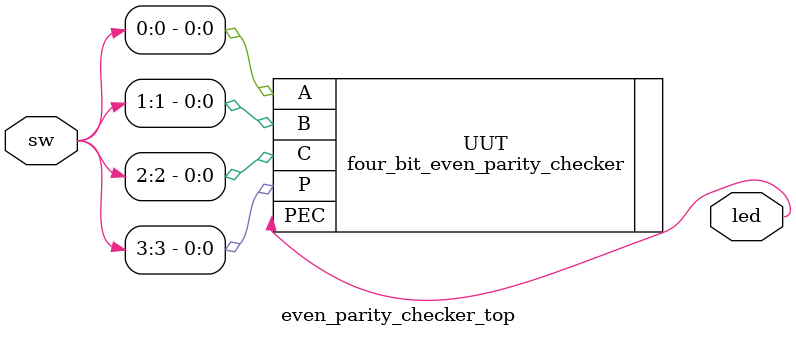
<source format=v>
module even_parity_checker_top(led,sw);

input [3:0] sw;
output [0:0] led;

four_bit_even_parity_checker UUT(.PEC(led[0]), .A(sw[0]), .B(sw[1]), .C(sw[2]), .P(sw[3]));

endmodule

</source>
